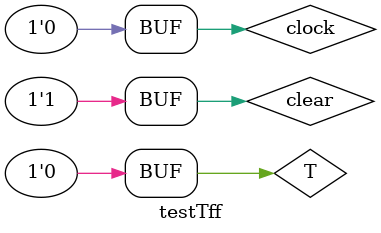
<source format=sv>
module TeeFF(output reg Q=0,input T,input clock, input clear);



always_ff @(posedge clock, negedge clear)
 begin
if(~clear)
Q<=0;
else
if(T)
Q<=~(Q);
else
Q<=Q;
end 



endmodule

module testTff();
reg T;
reg Q;
reg clock;
reg clear;
TeeFF Fnames(Q,T,clock,clear);

initial 
begin
T=0;
clock=0;
clear=1;
#10;
T=1;
clock=0;
#10;
clock=1;
#5;
T=1;
#5;
clock=0;
#10;
clock=1;
#10;
clock=0;
#10;
clock=1;
#5;
clear=0;
#5;
T=0;
clock=0;
#5;
clear =1;
#10;


end


endmodule 


</source>
